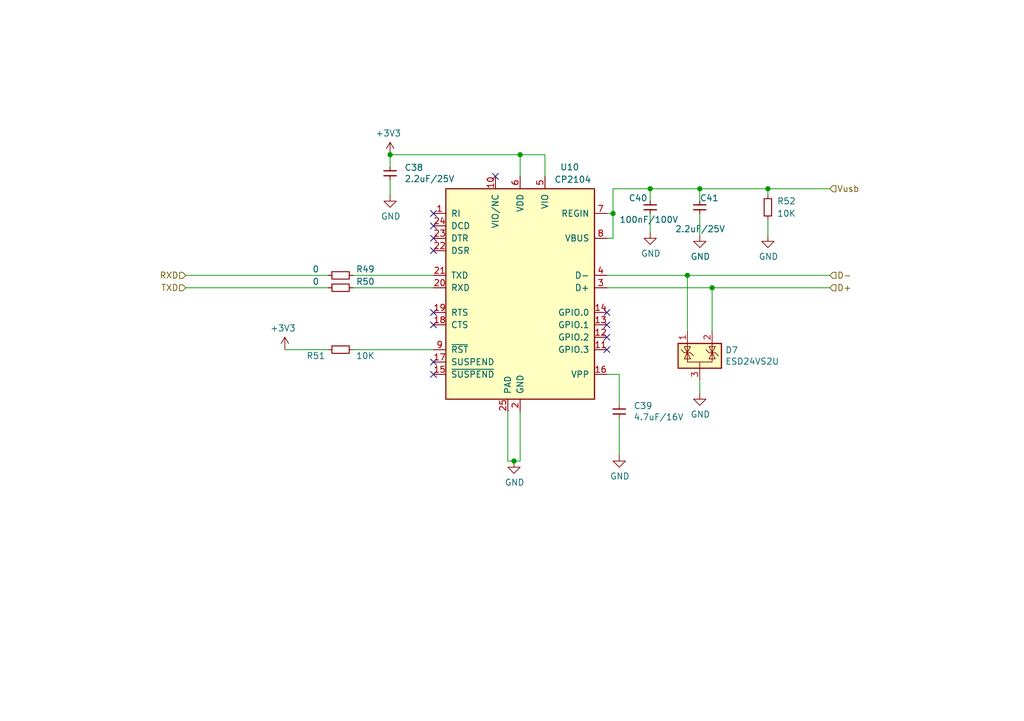
<source format=kicad_sch>
(kicad_sch (version 20230121) (generator eeschema)

  (uuid e795f9ad-d76a-4c10-bd3f-bfa4aa84c527)

  (paper "A5")

  (title_block
    (date "2023-10-19")
    (rev "V0.1")
    (company "teTra")
  )

  (lib_symbols
    (symbol "BMS-Master-rescue:CP2104-Interface_USB" (pin_names (offset 1.016)) (in_bom yes) (on_board yes)
      (property "Reference" "U" (at -7.62 23.495 0)
        (effects (font (size 1.27 1.27)) (justify right))
      )
      (property "Value" "Interface_USB_CP2104" (at -7.62 21.59 0)
        (effects (font (size 1.27 1.27)) (justify right))
      )
      (property "Footprint" "Package_DFN_QFN:QFN-24-1EP_4x4mm_P0.5mm_EP2.6x2.6mm" (at 3.81 -24.13 0)
        (effects (font (size 1.27 1.27)) (justify left) hide)
      )
      (property "Datasheet" "" (at -13.97 31.75 0)
        (effects (font (size 1.27 1.27)) hide)
      )
      (property "ki_fp_filters" "QFN*4x4mm*P0.5mm*" (at 0 0 0)
        (effects (font (size 1.27 1.27)) hide)
      )
      (symbol "CP2104-Interface_USB_0_1"
        (rectangle (start -15.24 20.32) (end 15.24 -22.86)
          (stroke (width 0.254) (type solid))
          (fill (type background))
        )
      )
      (symbol "CP2104-Interface_USB_1_1"
        (pin input line (at 17.78 15.24 180) (length 2.54)
          (name "RI" (effects (font (size 1.27 1.27))))
          (number "1" (effects (font (size 1.27 1.27))))
        )
        (pin power_out line (at 5.08 22.86 270) (length 2.54)
          (name "VIO/NC" (effects (font (size 1.27 1.27))))
          (number "10" (effects (font (size 1.27 1.27))))
        )
        (pin bidirectional line (at -17.78 -12.7 0) (length 2.54)
          (name "GPIO.3" (effects (font (size 1.27 1.27))))
          (number "11" (effects (font (size 1.27 1.27))))
        )
        (pin bidirectional line (at -17.78 -10.16 0) (length 2.54)
          (name "GPIO.2" (effects (font (size 1.27 1.27))))
          (number "12" (effects (font (size 1.27 1.27))))
        )
        (pin bidirectional line (at -17.78 -7.62 0) (length 2.54)
          (name "GPIO.1" (effects (font (size 1.27 1.27))))
          (number "13" (effects (font (size 1.27 1.27))))
        )
        (pin bidirectional line (at -17.78 -5.08 0) (length 2.54)
          (name "GPIO.0" (effects (font (size 1.27 1.27))))
          (number "14" (effects (font (size 1.27 1.27))))
        )
        (pin output line (at 17.78 -17.78 180) (length 2.54)
          (name "~{SUSPEND}" (effects (font (size 1.27 1.27))))
          (number "15" (effects (font (size 1.27 1.27))))
        )
        (pin passive line (at -17.78 -17.78 0) (length 2.54)
          (name "VPP" (effects (font (size 1.27 1.27))))
          (number "16" (effects (font (size 1.27 1.27))))
        )
        (pin output line (at 17.78 -15.24 180) (length 2.54)
          (name "SUSPEND" (effects (font (size 1.27 1.27))))
          (number "17" (effects (font (size 1.27 1.27))))
        )
        (pin input line (at 17.78 -7.62 180) (length 2.54)
          (name "CTS" (effects (font (size 1.27 1.27))))
          (number "18" (effects (font (size 1.27 1.27))))
        )
        (pin output line (at 17.78 -5.08 180) (length 2.54)
          (name "RTS" (effects (font (size 1.27 1.27))))
          (number "19" (effects (font (size 1.27 1.27))))
        )
        (pin power_in line (at 0 -25.4 90) (length 2.54)
          (name "GND" (effects (font (size 1.27 1.27))))
          (number "2" (effects (font (size 1.27 1.27))))
        )
        (pin input line (at 17.78 0 180) (length 2.54)
          (name "RXD" (effects (font (size 1.27 1.27))))
          (number "20" (effects (font (size 1.27 1.27))))
        )
        (pin output line (at 17.78 2.54 180) (length 2.54)
          (name "TXD" (effects (font (size 1.27 1.27))))
          (number "21" (effects (font (size 1.27 1.27))))
        )
        (pin input line (at 17.78 7.62 180) (length 2.54)
          (name "DSR" (effects (font (size 1.27 1.27))))
          (number "22" (effects (font (size 1.27 1.27))))
        )
        (pin output line (at 17.78 10.16 180) (length 2.54)
          (name "DTR" (effects (font (size 1.27 1.27))))
          (number "23" (effects (font (size 1.27 1.27))))
        )
        (pin input line (at 17.78 12.7 180) (length 2.54)
          (name "DCD" (effects (font (size 1.27 1.27))))
          (number "24" (effects (font (size 1.27 1.27))))
        )
        (pin power_in line (at 2.54 -25.4 90) (length 2.54)
          (name "PAD" (effects (font (size 1.27 1.27))))
          (number "25" (effects (font (size 1.27 1.27))))
        )
        (pin bidirectional line (at -17.78 0 0) (length 2.54)
          (name "D+" (effects (font (size 1.27 1.27))))
          (number "3" (effects (font (size 1.27 1.27))))
        )
        (pin bidirectional line (at -17.78 2.54 0) (length 2.54)
          (name "D-" (effects (font (size 1.27 1.27))))
          (number "4" (effects (font (size 1.27 1.27))))
        )
        (pin power_in line (at -5.08 22.86 270) (length 2.54)
          (name "VIO" (effects (font (size 1.27 1.27))))
          (number "5" (effects (font (size 1.27 1.27))))
        )
        (pin power_in line (at 0 22.86 270) (length 2.54)
          (name "VDD" (effects (font (size 1.27 1.27))))
          (number "6" (effects (font (size 1.27 1.27))))
        )
        (pin power_in line (at -17.78 15.24 0) (length 2.54)
          (name "REGIN" (effects (font (size 1.27 1.27))))
          (number "7" (effects (font (size 1.27 1.27))))
        )
        (pin input line (at -17.78 10.16 0) (length 2.54)
          (name "VBUS" (effects (font (size 1.27 1.27))))
          (number "8" (effects (font (size 1.27 1.27))))
        )
        (pin bidirectional line (at 17.78 -12.7 180) (length 2.54)
          (name "~{RST}" (effects (font (size 1.27 1.27))))
          (number "9" (effects (font (size 1.27 1.27))))
        )
      )
    )
    (symbol "Device:C" (pin_numbers hide) (pin_names (offset 0.254)) (in_bom yes) (on_board yes)
      (property "Reference" "C" (at 0.635 2.54 0)
        (effects (font (size 1.27 1.27)) (justify left))
      )
      (property "Value" "C" (at 0.635 -2.54 0)
        (effects (font (size 1.27 1.27)) (justify left))
      )
      (property "Footprint" "" (at 0.9652 -3.81 0)
        (effects (font (size 1.27 1.27)) hide)
      )
      (property "Datasheet" "~" (at 0 0 0)
        (effects (font (size 1.27 1.27)) hide)
      )
      (property "ki_keywords" "cap capacitor" (at 0 0 0)
        (effects (font (size 1.27 1.27)) hide)
      )
      (property "ki_description" "Unpolarized capacitor" (at 0 0 0)
        (effects (font (size 1.27 1.27)) hide)
      )
      (property "ki_fp_filters" "C_*" (at 0 0 0)
        (effects (font (size 1.27 1.27)) hide)
      )
      (symbol "C_1_1"
        (polyline
          (pts
            (xy -1.27 -0.508)
            (xy 1.27 -0.508)
          )
          (stroke (width 0.254) (type default))
          (fill (type none))
        )
        (polyline
          (pts
            (xy -1.27 0.508)
            (xy 1.27 0.508)
          )
          (stroke (width 0.254) (type default))
          (fill (type none))
        )
        (pin passive line (at 0 1.27 270) (length 0.762)
          (name "~" (effects (font (size 1.27 1.27))))
          (number "1" (effects (font (size 1.27 1.27))))
        )
        (pin passive line (at 0 -1.27 90) (length 0.762)
          (name "~" (effects (font (size 1.27 1.27))))
          (number "2" (effects (font (size 1.27 1.27))))
        )
      )
    )
    (symbol "Device:R_Small" (pin_numbers hide) (pin_names (offset 0.254) hide) (in_bom yes) (on_board yes)
      (property "Reference" "R" (at 0.762 0.508 0)
        (effects (font (size 1.27 1.27)) (justify left))
      )
      (property "Value" "R_Small" (at 0.762 -1.016 0)
        (effects (font (size 1.27 1.27)) (justify left))
      )
      (property "Footprint" "" (at 0 0 0)
        (effects (font (size 1.27 1.27)) hide)
      )
      (property "Datasheet" "~" (at 0 0 0)
        (effects (font (size 1.27 1.27)) hide)
      )
      (property "ki_keywords" "R resistor" (at 0 0 0)
        (effects (font (size 1.27 1.27)) hide)
      )
      (property "ki_description" "Resistor, small symbol" (at 0 0 0)
        (effects (font (size 1.27 1.27)) hide)
      )
      (property "ki_fp_filters" "R_*" (at 0 0 0)
        (effects (font (size 1.27 1.27)) hide)
      )
      (symbol "R_Small_0_1"
        (rectangle (start -0.762 1.778) (end 0.762 -1.778)
          (stroke (width 0.2032) (type default))
          (fill (type none))
        )
      )
      (symbol "R_Small_1_1"
        (pin passive line (at 0 2.54 270) (length 0.762)
          (name "~" (effects (font (size 1.27 1.27))))
          (number "1" (effects (font (size 1.27 1.27))))
        )
        (pin passive line (at 0 -2.54 90) (length 0.762)
          (name "~" (effects (font (size 1.27 1.27))))
          (number "2" (effects (font (size 1.27 1.27))))
        )
      )
    )
    (symbol "Power_Protection:SZNUP2105L" (pin_names hide) (in_bom yes) (on_board yes)
      (property "Reference" "D" (at 5.715 2.54 0)
        (effects (font (size 1.27 1.27)) (justify left))
      )
      (property "Value" "SZNUP2105L" (at 5.715 0.635 0)
        (effects (font (size 1.27 1.27)) (justify left))
      )
      (property "Footprint" "Package_TO_SOT_SMD:SOT-23" (at 5.715 -1.27 0)
        (effects (font (size 1.27 1.27)) (justify left) hide)
      )
      (property "Datasheet" "http://www.onsemi.com/pub_link/Collateral/NUP2105L-D.PDF" (at 3.175 3.175 0)
        (effects (font (size 1.27 1.27)) hide)
      )
      (property "ki_keywords" "can esd protection suppression transient automotive" (at 0 0 0)
        (effects (font (size 1.27 1.27)) hide)
      )
      (property "ki_description" "Dual Line CAN Bus Protector, 24Vrwm, Automotive Grade" (at 0 0 0)
        (effects (font (size 1.27 1.27)) hide)
      )
      (property "ki_fp_filters" "SOT?23*" (at 0 0 0)
        (effects (font (size 1.27 1.27)) hide)
      )
      (symbol "SZNUP2105L_0_0"
        (pin passive line (at 0 -5.08 90) (length 2.54)
          (name "A" (effects (font (size 1.27 1.27))))
          (number "3" (effects (font (size 1.27 1.27))))
        )
      )
      (symbol "SZNUP2105L_0_1"
        (rectangle (start -4.445 2.54) (end 4.445 -2.54)
          (stroke (width 0.254) (type default))
          (fill (type background))
        )
        (polyline
          (pts
            (xy -2.54 2.54)
            (xy -2.54 0.635)
          )
          (stroke (width 0) (type default))
          (fill (type none))
        )
        (polyline
          (pts
            (xy 0 -1.27)
            (xy 0 -2.54)
          )
          (stroke (width 0) (type default))
          (fill (type none))
        )
        (polyline
          (pts
            (xy 2.54 2.54)
            (xy 2.54 0.635)
          )
          (stroke (width 0) (type default))
          (fill (type none))
        )
        (polyline
          (pts
            (xy -3.81 1.27)
            (xy -3.175 0.635)
            (xy -1.905 0.635)
            (xy -1.27 0)
          )
          (stroke (width 0) (type default))
          (fill (type none))
        )
        (polyline
          (pts
            (xy -2.54 0.635)
            (xy -2.54 -1.27)
            (xy 2.54 -1.27)
            (xy 2.54 0.635)
          )
          (stroke (width 0) (type default))
          (fill (type none))
        )
        (polyline
          (pts
            (xy -2.54 0.635)
            (xy -1.905 -0.635)
            (xy -3.175 -0.635)
            (xy -2.54 0.635)
          )
          (stroke (width 0) (type default))
          (fill (type none))
        )
        (polyline
          (pts
            (xy 2.54 0.635)
            (xy 1.905 -0.635)
            (xy 3.175 -0.635)
            (xy 2.54 0.635)
          )
          (stroke (width 0) (type default))
          (fill (type none))
        )
        (polyline
          (pts
            (xy 2.54 0.635)
            (xy 3.175 1.905)
            (xy 1.905 1.905)
            (xy 2.54 0.635)
          )
          (stroke (width 0) (type default))
          (fill (type none))
        )
        (polyline
          (pts
            (xy -2.54 0.635)
            (xy -3.175 1.905)
            (xy -1.905 1.905)
            (xy -2.54 0.635)
            (xy -2.54 1.27)
          )
          (stroke (width 0) (type default))
          (fill (type none))
        )
        (polyline
          (pts
            (xy 1.27 1.27)
            (xy 1.905 0.635)
            (xy 2.54 0.635)
            (xy 3.175 0.635)
            (xy 3.81 0)
          )
          (stroke (width 0) (type default))
          (fill (type none))
        )
      )
      (symbol "SZNUP2105L_1_1"
        (pin passive line (at -2.54 5.08 270) (length 2.54)
          (name "K" (effects (font (size 1.27 1.27))))
          (number "1" (effects (font (size 1.27 1.27))))
        )
        (pin passive line (at 2.54 5.08 270) (length 2.54)
          (name "K" (effects (font (size 1.27 1.27))))
          (number "2" (effects (font (size 1.27 1.27))))
        )
      )
    )
    (symbol "power:+3V3" (power) (pin_names (offset 0)) (in_bom yes) (on_board yes)
      (property "Reference" "#PWR" (at 0 -3.81 0)
        (effects (font (size 1.27 1.27)) hide)
      )
      (property "Value" "+3V3" (at 0 3.556 0)
        (effects (font (size 1.27 1.27)))
      )
      (property "Footprint" "" (at 0 0 0)
        (effects (font (size 1.27 1.27)) hide)
      )
      (property "Datasheet" "" (at 0 0 0)
        (effects (font (size 1.27 1.27)) hide)
      )
      (property "ki_keywords" "global power" (at 0 0 0)
        (effects (font (size 1.27 1.27)) hide)
      )
      (property "ki_description" "Power symbol creates a global label with name \"+3V3\"" (at 0 0 0)
        (effects (font (size 1.27 1.27)) hide)
      )
      (symbol "+3V3_0_1"
        (polyline
          (pts
            (xy -0.762 1.27)
            (xy 0 2.54)
          )
          (stroke (width 0) (type default))
          (fill (type none))
        )
        (polyline
          (pts
            (xy 0 0)
            (xy 0 2.54)
          )
          (stroke (width 0) (type default))
          (fill (type none))
        )
        (polyline
          (pts
            (xy 0 2.54)
            (xy 0.762 1.27)
          )
          (stroke (width 0) (type default))
          (fill (type none))
        )
      )
      (symbol "+3V3_1_1"
        (pin power_in line (at 0 0 90) (length 0) hide
          (name "+3V3" (effects (font (size 1.27 1.27))))
          (number "1" (effects (font (size 1.27 1.27))))
        )
      )
    )
    (symbol "power:GND" (power) (pin_names (offset 0)) (in_bom yes) (on_board yes)
      (property "Reference" "#PWR" (at 0 -6.35 0)
        (effects (font (size 1.27 1.27)) hide)
      )
      (property "Value" "GND" (at 0 -3.81 0)
        (effects (font (size 1.27 1.27)))
      )
      (property "Footprint" "" (at 0 0 0)
        (effects (font (size 1.27 1.27)) hide)
      )
      (property "Datasheet" "" (at 0 0 0)
        (effects (font (size 1.27 1.27)) hide)
      )
      (property "ki_keywords" "global power" (at 0 0 0)
        (effects (font (size 1.27 1.27)) hide)
      )
      (property "ki_description" "Power symbol creates a global label with name \"GND\" , ground" (at 0 0 0)
        (effects (font (size 1.27 1.27)) hide)
      )
      (symbol "GND_0_1"
        (polyline
          (pts
            (xy 0 0)
            (xy 0 -1.27)
            (xy 1.27 -1.27)
            (xy 0 -2.54)
            (xy -1.27 -1.27)
            (xy 0 -1.27)
          )
          (stroke (width 0) (type default))
          (fill (type none))
        )
      )
      (symbol "GND_1_1"
        (pin power_in line (at 0 0 270) (length 0) hide
          (name "GND" (effects (font (size 1.27 1.27))))
          (number "1" (effects (font (size 1.27 1.27))))
        )
      )
    )
  )

  (junction (at 140.97 56.515) (diameter 0) (color 0 0 0 0)
    (uuid 4c55c70b-2b4a-4c93-974f-aa24f5b1ba00)
  )
  (junction (at 157.48 38.735) (diameter 0) (color 0 0 0 0)
    (uuid 6a454cd5-8ce7-4cda-8eb9-f1762fb4d583)
  )
  (junction (at 105.41 94.615) (diameter 0) (color 0 0 0 0)
    (uuid 77a3d58a-85af-4b32-92cd-b6df0692c250)
  )
  (junction (at 80.01 31.75) (diameter 0) (color 0 0 0 0)
    (uuid 85e83381-93a5-4bf1-8b24-0fcd1e1774d8)
  )
  (junction (at 146.05 59.055) (diameter 0) (color 0 0 0 0)
    (uuid 95c21d0f-fcfd-4102-8e1e-1e4287d0e399)
  )
  (junction (at 133.35 38.735) (diameter 0) (color 0 0 0 0)
    (uuid 9d6ccea4-eb2d-4fab-8b37-82b8e85fd2ef)
  )
  (junction (at 106.68 31.75) (diameter 0) (color 0 0 0 0)
    (uuid a8103cb1-c5ea-4201-81b3-109ccb8bd45e)
  )
  (junction (at 125.73 43.815) (diameter 0) (color 0 0 0 0)
    (uuid b728cf3e-a04e-413c-a9ec-74d9c7d1e7f7)
  )
  (junction (at 143.51 38.735) (diameter 0) (color 0 0 0 0)
    (uuid c56b1578-acd8-4f35-884b-ad9c2836c303)
  )

  (no_connect (at 88.9 48.895) (uuid 0644b356-416e-4083-bd79-792e16be587a))
  (no_connect (at 88.9 66.675) (uuid 20f7bc80-91b6-4415-b0c8-bc88dde8f9a1))
  (no_connect (at 88.9 46.355) (uuid 5a65d5f2-e269-4a4c-8e8c-3573e29f9ed6))
  (no_connect (at 88.9 74.295) (uuid 71693afe-56f1-440c-9092-e4f9c1df0ef8))
  (no_connect (at 124.46 69.215) (uuid 84fa9ade-4bf3-4f4c-b78d-3db0b6504e90))
  (no_connect (at 124.46 64.135) (uuid 9cbbc4b1-2725-4c43-83e3-f01311bb9207))
  (no_connect (at 101.6 36.195) (uuid a0f38263-f952-435d-9ad5-4cfd77abccdb))
  (no_connect (at 88.9 76.835) (uuid a7d785e7-6fd2-4adb-a540-c1dccdcbc958))
  (no_connect (at 124.46 66.675) (uuid a8443f75-f394-41e4-b2c4-3a2da21140e6))
  (no_connect (at 88.9 43.815) (uuid aa56994f-82e3-4a05-b83c-da207d1e2ac4))
  (no_connect (at 88.9 51.435) (uuid ec78800e-d594-4f49-ad8e-fda0e6efcec9))
  (no_connect (at 88.9 64.135) (uuid f22a8e8c-01d6-4275-8c67-a3d6d286b71f))
  (no_connect (at 124.46 71.755) (uuid fffe9f46-802a-4187-b110-76610a27a99a))

  (wire (pts (xy 146.05 59.055) (xy 170.18 59.055))
    (stroke (width 0) (type default))
    (uuid 00481756-2182-49b3-88f5-667db6436ff3)
  )
  (wire (pts (xy 146.05 59.055) (xy 146.05 67.945))
    (stroke (width 0) (type default))
    (uuid 02c7dff0-f252-441b-a304-d01f47d0d9e5)
  )
  (wire (pts (xy 104.14 84.455) (xy 104.14 94.615))
    (stroke (width 0) (type default))
    (uuid 0655d377-b130-4751-a92b-6bcdadfaf5b0)
  )
  (wire (pts (xy 106.68 36.195) (xy 106.68 31.75))
    (stroke (width 0) (type default))
    (uuid 067cf2f0-b2d7-49d2-bfd8-56502bf3ca1a)
  )
  (wire (pts (xy 127 76.835) (xy 127 83.185))
    (stroke (width 0) (type default))
    (uuid 16cd0805-2cb3-4eb6-839f-36dfacb78613)
  )
  (wire (pts (xy 80.01 36.83) (xy 80.01 40.005))
    (stroke (width 0) (type default))
    (uuid 17966c93-2d2e-4ea6-b294-56515efb88c5)
  )
  (wire (pts (xy 133.35 43.815) (xy 133.35 47.625))
    (stroke (width 0) (type default))
    (uuid 1e64fb05-b5be-431f-9a19-1f4048466c31)
  )
  (wire (pts (xy 106.68 94.615) (xy 106.68 84.455))
    (stroke (width 0) (type default))
    (uuid 20db3bff-57d6-4236-aee6-77f52f6e2b2d)
  )
  (wire (pts (xy 106.68 31.75) (xy 111.76 31.75))
    (stroke (width 0) (type default))
    (uuid 2a071e1e-4cf0-4b1b-8c43-0a6d81778563)
  )
  (wire (pts (xy 127 85.725) (xy 127 93.345))
    (stroke (width 0) (type default))
    (uuid 30047aba-a81b-4194-b6b6-5873aed1a008)
  )
  (wire (pts (xy 125.73 43.815) (xy 125.73 38.735))
    (stroke (width 0) (type default))
    (uuid 31bc532e-82ef-4617-bc0a-002a126b5f56)
  )
  (wire (pts (xy 143.51 43.815) (xy 143.51 48.26))
    (stroke (width 0) (type default))
    (uuid 354c6012-cf8f-4611-913f-68cca73e67e0)
  )
  (wire (pts (xy 80.01 31.75) (xy 106.68 31.75))
    (stroke (width 0) (type default))
    (uuid 3809c7b1-4e9d-4118-a901-ccb3cf0df55c)
  )
  (wire (pts (xy 157.48 45.085) (xy 157.48 48.26))
    (stroke (width 0) (type default))
    (uuid 3a2f7e44-e295-4976-b679-7351ff43da86)
  )
  (wire (pts (xy 38.1 56.515) (xy 67.31 56.515))
    (stroke (width 0) (type default))
    (uuid 3cbfab81-943a-4eec-b251-a38ff37d7bc7)
  )
  (wire (pts (xy 72.39 56.515) (xy 88.9 56.515))
    (stroke (width 0) (type default))
    (uuid 46cc761b-2706-4fe9-91e1-c7366db03fb3)
  )
  (wire (pts (xy 72.39 59.055) (xy 88.9 59.055))
    (stroke (width 0) (type default))
    (uuid 4ba4966e-c9c8-4f29-99a6-8fa9371d0dd8)
  )
  (wire (pts (xy 157.48 38.735) (xy 170.18 38.735))
    (stroke (width 0) (type default))
    (uuid 55111d37-31a6-4b56-9aa4-28a1e3a9b4fb)
  )
  (wire (pts (xy 133.35 38.735) (xy 133.35 41.275))
    (stroke (width 0) (type default))
    (uuid 564943d4-2741-4949-8241-b4c439c71c70)
  )
  (wire (pts (xy 140.97 67.945) (xy 140.97 56.515))
    (stroke (width 0) (type default))
    (uuid 5bd6e17a-5aa6-4833-b647-d380a73a3a5d)
  )
  (wire (pts (xy 143.51 78.105) (xy 143.51 80.645))
    (stroke (width 0) (type default))
    (uuid 69e03065-fedb-4eff-bf8f-8d998af7fc1c)
  )
  (wire (pts (xy 143.51 38.735) (xy 157.48 38.735))
    (stroke (width 0) (type default))
    (uuid 7323cea7-95b2-4fee-a99c-b9263e3904a2)
  )
  (wire (pts (xy 58.42 71.755) (xy 67.31 71.755))
    (stroke (width 0) (type default))
    (uuid 82884423-dc61-46cb-857b-35c2b75a2e26)
  )
  (wire (pts (xy 124.46 48.895) (xy 125.73 48.895))
    (stroke (width 0) (type default))
    (uuid 8afcc4ff-38b9-47bc-b999-8ef50f825ace)
  )
  (wire (pts (xy 72.39 71.755) (xy 88.9 71.755))
    (stroke (width 0) (type default))
    (uuid 9117b5df-8fa6-4b05-b536-455e993bdea7)
  )
  (wire (pts (xy 124.46 59.055) (xy 146.05 59.055))
    (stroke (width 0) (type default))
    (uuid 9ccdba88-3395-4349-a8d6-ddaaab561dba)
  )
  (wire (pts (xy 157.48 38.735) (xy 157.48 40.005))
    (stroke (width 0) (type default))
    (uuid 9f3d4faa-36cb-4412-abf6-e3b2c6bb2576)
  )
  (wire (pts (xy 125.73 43.815) (xy 124.46 43.815))
    (stroke (width 0) (type default))
    (uuid 9fea93e4-6dc8-44bb-9466-e59c99356068)
  )
  (wire (pts (xy 124.46 56.515) (xy 140.97 56.515))
    (stroke (width 0) (type default))
    (uuid a111b656-775f-4116-9003-3c9c58a5a6aa)
  )
  (wire (pts (xy 143.51 38.735) (xy 143.51 41.275))
    (stroke (width 0) (type default))
    (uuid b9be1380-6510-422a-b73f-5b1505962d8f)
  )
  (wire (pts (xy 111.76 31.75) (xy 111.76 36.195))
    (stroke (width 0) (type default))
    (uuid bdbb5ff9-4663-434c-8267-3509691bee6d)
  )
  (wire (pts (xy 104.14 94.615) (xy 105.41 94.615))
    (stroke (width 0) (type default))
    (uuid c347bcaa-fd3a-4c7f-b28a-911c49988051)
  )
  (wire (pts (xy 125.73 38.735) (xy 133.35 38.735))
    (stroke (width 0) (type default))
    (uuid c7fbf857-46ae-4404-86b8-f8fe471e5235)
  )
  (wire (pts (xy 125.73 48.895) (xy 125.73 43.815))
    (stroke (width 0) (type default))
    (uuid cfe3cc29-dac6-4c73-86ad-2d10c9315aad)
  )
  (wire (pts (xy 140.97 56.515) (xy 170.18 56.515))
    (stroke (width 0) (type default))
    (uuid d04224bb-16d8-4896-adf6-7a192e321668)
  )
  (wire (pts (xy 127 76.835) (xy 124.46 76.835))
    (stroke (width 0) (type default))
    (uuid d175979c-a2aa-48bc-8411-8b34606b13ec)
  )
  (wire (pts (xy 80.01 31.75) (xy 80.01 34.29))
    (stroke (width 0) (type default))
    (uuid dc7604b5-c387-45c5-be99-85939350379e)
  )
  (wire (pts (xy 133.35 38.735) (xy 143.51 38.735))
    (stroke (width 0) (type default))
    (uuid e143ea2c-12db-4a13-bb74-fe22a3b6f942)
  )
  (wire (pts (xy 105.41 94.615) (xy 106.68 94.615))
    (stroke (width 0) (type default))
    (uuid f141ff36-70b8-45d9-b009-6da7d16e8416)
  )
  (wire (pts (xy 38.1 59.055) (xy 67.31 59.055))
    (stroke (width 0) (type default))
    (uuid f7ed9eb3-964b-4f6d-bdc2-fafb2e575db5)
  )

  (hierarchical_label "Vusb" (shape input) (at 170.18 38.735 0) (fields_autoplaced)
    (effects (font (size 1.27 1.27)) (justify left))
    (uuid 2678f725-c375-4b32-9c0b-966f6de1f230)
  )
  (hierarchical_label "TXD" (shape input) (at 38.1 59.055 180) (fields_autoplaced)
    (effects (font (size 1.27 1.27)) (justify right))
    (uuid 3195f812-b062-4650-98c0-ed21b43949f4)
  )
  (hierarchical_label "D+" (shape input) (at 170.18 59.055 0) (fields_autoplaced)
    (effects (font (size 1.27 1.27)) (justify left))
    (uuid 7aec2cc4-6109-419b-b38f-9b50b836097c)
  )
  (hierarchical_label "D-" (shape input) (at 170.18 56.515 0) (fields_autoplaced)
    (effects (font (size 1.27 1.27)) (justify left))
    (uuid cf1a13a3-739a-44ec-b448-856f2fa220a3)
  )
  (hierarchical_label "RXD" (shape input) (at 38.1 56.515 180) (fields_autoplaced)
    (effects (font (size 1.27 1.27)) (justify right))
    (uuid e404a9e6-90f1-4592-9942-5040461505bd)
  )

  (symbol (lib_id "BMS-Master-rescue:CP2104-Interface_USB") (at 106.68 59.055 0) (mirror y) (unit 1)
    (in_bom yes) (on_board yes) (dnp no)
    (uuid 00000000-0000-0000-0000-00005c246da5)
    (property "Reference" "U10" (at 116.84 34.29 0)
      (effects (font (size 1.27 1.27)))
    )
    (property "Value" "CP2104" (at 117.475 36.83 0)
      (effects (font (size 1.27 1.27)))
    )
    (property "Footprint" "Package_DFN_QFN:HVQFN-24-1EP_4x4mm_P0.5mm_EP2.6x2.6mm" (at 102.87 83.185 0)
      (effects (font (size 1.27 1.27)) (justify left) hide)
    )
    (property "Datasheet" "https://www.silabs.com/documents/public/data-sheets/cp2104.pdf" (at 120.65 27.305 0)
      (effects (font (size 1.27 1.27)) hide)
    )
    (property "MPN" "CP2104-F03-GM" (at 106.68 59.055 0)
      (effects (font (size 1.27 1.27)) hide)
    )
    (property "Link" "https://www.digikey.jp/en/products/detail/silicon-labs/CP2104-F03-GM/2486177" (at 106.68 59.055 0)
      (effects (font (size 1.27 1.27)) hide)
    )
    (property "Description" "USB Bridge, USB to UART USB 2.0 UART Interface 24-QFN (4x4)" (at 106.68 59.055 0)
      (effects (font (size 1.27 1.27)) hide)
    )
    (pin "1" (uuid 4b639ffb-bff7-4564-bb4b-df4763f56a3d))
    (pin "10" (uuid 452a8041-0e9e-4ac1-b7f0-6964e981905d))
    (pin "11" (uuid 5bf10b81-2795-42eb-948d-1aef8a6e32e1))
    (pin "12" (uuid 55185413-7389-45ea-9855-142ec36f3bd2))
    (pin "13" (uuid 5e4a8264-6fe7-4572-981a-51246113c23c))
    (pin "14" (uuid 6279ff7d-d18a-434a-a8e4-ec0b52484ab2))
    (pin "15" (uuid 695e6d58-0d46-444e-af8d-40ea8da82fb3))
    (pin "16" (uuid 0229181c-f508-41f0-8eac-266e4f888251))
    (pin "17" (uuid 97425c13-524b-4518-a51f-13b6beeda932))
    (pin "18" (uuid 6babf4b9-9e0c-45fe-82be-f0609584468e))
    (pin "19" (uuid 107ae67c-2235-4197-8874-43a376382e6f))
    (pin "2" (uuid 79fbf1e0-5eff-4eb4-a7a9-e1dedf612c63))
    (pin "20" (uuid 4563fd5b-104e-454f-bcbd-e0db7ecafca3))
    (pin "21" (uuid da0f715f-9c5d-43c0-95aa-a12752a57abf))
    (pin "22" (uuid 1cedcd5e-c924-42eb-a622-095e4c95fd0b))
    (pin "23" (uuid 4b61b770-4281-41d4-8e20-1b8b025f4558))
    (pin "24" (uuid 164eef85-91f2-4caa-bb36-920ae1a60bbd))
    (pin "25" (uuid d3271889-5420-4090-93b9-21eef2ebe2c2))
    (pin "3" (uuid bb41b2ab-955e-4c6c-85ad-02cba5f7c103))
    (pin "4" (uuid a1f0ef1c-1d46-4438-b932-d9e7dae1008a))
    (pin "5" (uuid e29a09b4-9905-4f6f-be5c-2cd6a9a41e81))
    (pin "6" (uuid 976a060c-93f3-4502-a2a6-42275da0d912))
    (pin "7" (uuid 25723224-09c9-4c1c-a889-684b7d9ae788))
    (pin "8" (uuid f13013af-c7ea-4583-b4ff-8eb98f47a264))
    (pin "9" (uuid 1d71c8ee-4d9f-46b8-a9de-00899b405e76))
    (instances
      (project "ESP32_Master"
        (path "/6a86ff6f-b159-4c4c-8a40-e732cc82e010/00000000-0000-0000-0000-00005c246ca0"
          (reference "U10") (unit 1)
        )
      )
    )
  )

  (symbol (lib_id "power:GND") (at 105.41 94.615 0) (unit 1)
    (in_bom yes) (on_board yes) (dnp no)
    (uuid 00000000-0000-0000-0000-00005c2e18ab)
    (property "Reference" "#PWR064" (at 105.41 100.965 0)
      (effects (font (size 1.27 1.27)) hide)
    )
    (property "Value" "GND" (at 105.537 99.0092 0)
      (effects (font (size 1.27 1.27)))
    )
    (property "Footprint" "" (at 105.41 94.615 0)
      (effects (font (size 1.27 1.27)) hide)
    )
    (property "Datasheet" "" (at 105.41 94.615 0)
      (effects (font (size 1.27 1.27)) hide)
    )
    (pin "1" (uuid fcf066a3-36c5-40d6-9237-16a4437d7f48))
    (instances
      (project "ESP32_Master"
        (path "/6a86ff6f-b159-4c4c-8a40-e732cc82e010/00000000-0000-0000-0000-00005c246ca0"
          (reference "#PWR064") (unit 1)
        )
      )
    )
  )

  (symbol (lib_id "Device:R_Small") (at 69.85 56.515 270) (unit 1)
    (in_bom yes) (on_board yes) (dnp no)
    (uuid 00000000-0000-0000-0000-00005c2e2764)
    (property "Reference" "R49" (at 74.93 55.245 90)
      (effects (font (size 1.27 1.27)))
    )
    (property "Value" "0" (at 64.77 55.245 90)
      (effects (font (size 1.27 1.27)))
    )
    (property "Footprint" "Resistor_SMD:R_0603_1608Metric" (at 69.85 54.737 90)
      (effects (font (size 1.27 1.27)) hide)
    )
    (property "Datasheet" "https://www.yageo.com/upload/media/product/products/datasheet/rchip/PYu-RC_Group_51_RoHS_L_12.pdf" (at 69.85 56.515 0)
      (effects (font (size 1.27 1.27)) hide)
    )
    (property "MPN" "RC0603JR-070RL" (at 69.85 56.515 0)
      (effects (font (size 1.27 1.27)) hide)
    )
    (property "Description" "0 Ohms Jumper Chip Resistor 0603 (1608 Metric) Moisture Resistant Thick Film" (at 69.85 56.515 0)
      (effects (font (size 1.27 1.27)) hide)
    )
    (property "Link" "https://www.digikey.jp/en/products/detail/yageo/RC0603JR-070RL/726675?s=N4IgTCBcDaIEoGEAMA2JBmAUnAtEg7EnADIgC6AvkA" (at 69.85 56.515 0)
      (effects (font (size 1.27 1.27)) hide)
    )
    (pin "1" (uuid d6dd51d2-16da-4ff6-ba64-b1720e2fd548))
    (pin "2" (uuid c25ceda3-1035-404b-8a56-ca119787d376))
    (instances
      (project "ESP32_Master"
        (path "/6a86ff6f-b159-4c4c-8a40-e732cc82e010/00000000-0000-0000-0000-00005c246ca0"
          (reference "R49") (unit 1)
        )
      )
    )
  )

  (symbol (lib_id "Device:R_Small") (at 69.85 59.055 270) (unit 1)
    (in_bom yes) (on_board yes) (dnp no)
    (uuid 00000000-0000-0000-0000-00005c2e33f0)
    (property "Reference" "R50" (at 74.93 57.785 90)
      (effects (font (size 1.27 1.27)))
    )
    (property "Value" "0" (at 64.77 57.785 90)
      (effects (font (size 1.27 1.27)))
    )
    (property "Footprint" "Resistor_SMD:R_0603_1608Metric" (at 69.85 57.277 90)
      (effects (font (size 1.27 1.27)) hide)
    )
    (property "Datasheet" "https://www.yageo.com/upload/media/product/products/datasheet/rchip/PYu-RC_Group_51_RoHS_L_12.pdf" (at 69.85 59.055 0)
      (effects (font (size 1.27 1.27)) hide)
    )
    (property "MPN" "RC0603JR-070RL" (at 69.85 59.055 0)
      (effects (font (size 1.27 1.27)) hide)
    )
    (property "Description" "0 Ohms Jumper Chip Resistor 0603 (1608 Metric) Moisture Resistant Thick Film" (at 69.85 59.055 0)
      (effects (font (size 1.27 1.27)) hide)
    )
    (property "Link" "https://www.digikey.jp/en/products/detail/yageo/RC0603JR-070RL/726675?s=N4IgTCBcDaIEoGEAMA2JBmAUnAtEg7EnADIgC6AvkA" (at 69.85 59.055 0)
      (effects (font (size 1.27 1.27)) hide)
    )
    (pin "1" (uuid b121eb7d-7096-49c6-a2f3-f943905380f5))
    (pin "2" (uuid 5ec60fd8-9c0f-4897-a6a5-9fb8dafa44cc))
    (instances
      (project "ESP32_Master"
        (path "/6a86ff6f-b159-4c4c-8a40-e732cc82e010/00000000-0000-0000-0000-00005c246ca0"
          (reference "R50") (unit 1)
        )
      )
    )
  )

  (symbol (lib_id "power:GND") (at 143.51 80.645 0) (unit 1)
    (in_bom yes) (on_board yes) (dnp no)
    (uuid 00000000-0000-0000-0000-00005c2fc79c)
    (property "Reference" "#PWR068" (at 143.51 86.995 0)
      (effects (font (size 1.27 1.27)) hide)
    )
    (property "Value" "GND" (at 143.637 85.0392 0)
      (effects (font (size 1.27 1.27)))
    )
    (property "Footprint" "" (at 143.51 80.645 0)
      (effects (font (size 1.27 1.27)) hide)
    )
    (property "Datasheet" "" (at 143.51 80.645 0)
      (effects (font (size 1.27 1.27)) hide)
    )
    (pin "1" (uuid a67554a7-12da-47e3-9db1-fed353286263))
    (instances
      (project "ESP32_Master"
        (path "/6a86ff6f-b159-4c4c-8a40-e732cc82e010/00000000-0000-0000-0000-00005c246ca0"
          (reference "#PWR068") (unit 1)
        )
      )
    )
  )

  (symbol (lib_id "Device:R_Small") (at 69.85 71.755 90) (unit 1)
    (in_bom yes) (on_board yes) (dnp no)
    (uuid 00000000-0000-0000-0000-00005c2fd55a)
    (property "Reference" "R51" (at 64.77 73.025 90)
      (effects (font (size 1.27 1.27)))
    )
    (property "Value" "10K" (at 74.93 73.025 90)
      (effects (font (size 1.27 1.27)))
    )
    (property "Footprint" "Resistor_SMD:R_0603_1608Metric" (at 69.85 73.533 90)
      (effects (font (size 1.27 1.27)) hide)
    )
    (property "Datasheet" "https://www.seielect.com/catalog/sei-rmcf_rmcp.pdf" (at 69.85 71.755 0)
      (effects (font (size 1.27 1.27)) hide)
    )
    (property "MPN" "RMCF0603FT10K0" (at 69.85 71.755 0)
      (effects (font (size 1.27 1.27)) hide)
    )
    (property "Description" "10 kOhms ±1% 0.1W, 1/10W Chip Resistor 0603 (1608 Metric) Automotive AEC-Q200 Thick Film" (at 69.85 71.755 0)
      (effects (font (size 1.27 1.27)) hide)
    )
    (property "Link" "https://www.digikey.jp/en/products/detail/stackpole-electronics-inc/RMCF0603FT10K0/1761235?s=N4IgTCBcDaIEoFkDCAxADANjQZhQFQEY0BpNEAXQF8g" (at 69.85 71.755 0)
      (effects (font (size 1.27 1.27)) hide)
    )
    (pin "1" (uuid f6559e93-baf3-4971-adb5-1244275f3aba))
    (pin "2" (uuid 067c7ad7-b470-4e76-999c-6bb001f31ccf))
    (instances
      (project "ESP32_Master"
        (path "/6a86ff6f-b159-4c4c-8a40-e732cc82e010/00000000-0000-0000-0000-00005c246ca0"
          (reference "R51") (unit 1)
        )
      )
    )
  )

  (symbol (lib_id "Device:C") (at 127 84.455 0) (unit 1)
    (in_bom yes) (on_board yes) (dnp no)
    (uuid 00000000-0000-0000-0000-00005c2fe444)
    (property "Reference" "C39" (at 129.921 83.2866 0)
      (effects (font (size 1.27 1.27)) (justify left))
    )
    (property "Value" "4.7uF/16V" (at 129.921 85.598 0)
      (effects (font (size 1.27 1.27)) (justify left))
    )
    (property "Footprint" "Capacitor_SMD:C_0603_1608Metric" (at 127.9652 88.265 0)
      (effects (font (size 1.27 1.27)) hide)
    )
    (property "Datasheet" "https://mm.digikey.com/Volume0/opasdata/d220001/medias/docus/2328/CL10A475KO8NNNC_Spec.pdf" (at 127 84.455 0)
      (effects (font (size 1.27 1.27)) hide)
    )
    (property "MPN" "CL10A475KO8NNNC" (at 127 84.455 0)
      (effects (font (size 1.27 1.27)) hide)
    )
    (property "Description" "4.7 µF ±10% 16V Ceramic Capacitor X5R 0603 (1608 Metric)" (at 127 84.455 0)
      (effects (font (size 1.27 1.27)) hide)
    )
    (property "Link" "https://www.digikey.jp/en/products/detail/samsung-electro-mechanics/CL10A475KO8NNNC/3887442" (at 127 84.455 0)
      (effects (font (size 1.27 1.27)) hide)
    )
    (pin "1" (uuid bb8f689d-6159-4694-8eec-ce99e96d27d0))
    (pin "2" (uuid 357cef99-994f-4eff-bff3-503fc64e918c))
    (instances
      (project "ESP32_Master"
        (path "/6a86ff6f-b159-4c4c-8a40-e732cc82e010/00000000-0000-0000-0000-00005c246ca0"
          (reference "C39") (unit 1)
        )
      )
    )
  )

  (symbol (lib_id "power:GND") (at 127 93.345 0) (unit 1)
    (in_bom yes) (on_board yes) (dnp no)
    (uuid 00000000-0000-0000-0000-00005c2feb38)
    (property "Reference" "#PWR065" (at 127 99.695 0)
      (effects (font (size 1.27 1.27)) hide)
    )
    (property "Value" "GND" (at 127.127 97.7392 0)
      (effects (font (size 1.27 1.27)))
    )
    (property "Footprint" "" (at 127 93.345 0)
      (effects (font (size 1.27 1.27)) hide)
    )
    (property "Datasheet" "" (at 127 93.345 0)
      (effects (font (size 1.27 1.27)) hide)
    )
    (pin "1" (uuid 0f43bf72-2bcf-4724-ac74-b16f13adf979))
    (instances
      (project "ESP32_Master"
        (path "/6a86ff6f-b159-4c4c-8a40-e732cc82e010/00000000-0000-0000-0000-00005c246ca0"
          (reference "#PWR065") (unit 1)
        )
      )
    )
  )

  (symbol (lib_id "Device:C") (at 80.01 35.56 0) (unit 1)
    (in_bom yes) (on_board yes) (dnp no)
    (uuid 00000000-0000-0000-0000-00005c2feec7)
    (property "Reference" "C38" (at 82.931 34.3916 0)
      (effects (font (size 1.27 1.27)) (justify left))
    )
    (property "Value" "2.2uF/25V" (at 82.931 36.703 0)
      (effects (font (size 1.27 1.27)) (justify left))
    )
    (property "Footprint" "Capacitor_SMD:C_0603_1608Metric" (at 80.9752 39.37 0)
      (effects (font (size 1.27 1.27)) hide)
    )
    (property "Datasheet" "https://search.murata.co.jp/Ceramy/image/img/A01X/G101/ENG/GRM188R61E225KA12-01.pdf" (at 80.01 35.56 0)
      (effects (font (size 1.27 1.27)) hide)
    )
    (property "MPN" "GRM188R61E225KA12D" (at 80.01 35.56 0)
      (effects (font (size 1.27 1.27)) hide)
    )
    (property "Description" "2.2 µF ±10% 25V Ceramic Capacitor X5R 0603 (1608 Metric)" (at 80.01 35.56 0)
      (effects (font (size 1.27 1.27)) hide)
    )
    (property "Link" "https://www.digikey.jp/en/products/detail/murata-electronics/GRM188R61E225KA12D/4905349" (at 80.01 35.56 0)
      (effects (font (size 1.27 1.27)) hide)
    )
    (pin "1" (uuid 2d3b2b23-d12c-43e7-89ff-f06ac7dd0278))
    (pin "2" (uuid 849474e3-1ef5-47a6-a0e7-5efd221c0a11))
    (instances
      (project "ESP32_Master"
        (path "/6a86ff6f-b159-4c4c-8a40-e732cc82e010/00000000-0000-0000-0000-00005c246ca0"
          (reference "C38") (unit 1)
        )
      )
    )
  )

  (symbol (lib_id "power:GND") (at 80.01 40.005 0) (unit 1)
    (in_bom yes) (on_board yes) (dnp no)
    (uuid 00000000-0000-0000-0000-00005c2ff845)
    (property "Reference" "#PWR063" (at 80.01 46.355 0)
      (effects (font (size 1.27 1.27)) hide)
    )
    (property "Value" "GND" (at 80.137 44.3992 0)
      (effects (font (size 1.27 1.27)))
    )
    (property "Footprint" "" (at 80.01 40.005 0)
      (effects (font (size 1.27 1.27)) hide)
    )
    (property "Datasheet" "" (at 80.01 40.005 0)
      (effects (font (size 1.27 1.27)) hide)
    )
    (pin "1" (uuid 0a534e5b-b8b4-4f09-a268-5f21be8e6fb2))
    (instances
      (project "ESP32_Master"
        (path "/6a86ff6f-b159-4c4c-8a40-e732cc82e010/00000000-0000-0000-0000-00005c246ca0"
          (reference "#PWR063") (unit 1)
        )
      )
    )
  )

  (symbol (lib_id "Device:C") (at 143.51 42.545 0) (unit 1)
    (in_bom yes) (on_board yes) (dnp no)
    (uuid 00000000-0000-0000-0000-00005c302395)
    (property "Reference" "C41" (at 143.51 40.64 0)
      (effects (font (size 1.27 1.27)) (justify left))
    )
    (property "Value" "2.2uF/25V" (at 138.43 46.99 0)
      (effects (font (size 1.27 1.27)) (justify left))
    )
    (property "Footprint" "Capacitor_SMD:C_0603_1608Metric" (at 144.4752 46.355 0)
      (effects (font (size 1.27 1.27)) hide)
    )
    (property "Datasheet" "https://search.murata.co.jp/Ceramy/image/img/A01X/G101/ENG/GRM188R61E225KA12-01.pdf" (at 143.51 42.545 0)
      (effects (font (size 1.27 1.27)) hide)
    )
    (property "MPN" "GRM188R61E225KA12D" (at 143.51 42.545 0)
      (effects (font (size 1.27 1.27)) hide)
    )
    (property "Description" "2.2 µF ±10% 25V Ceramic Capacitor X5R 0603 (1608 Metric)" (at 143.51 42.545 0)
      (effects (font (size 1.27 1.27)) hide)
    )
    (property "Link" "https://www.digikey.jp/en/products/detail/murata-electronics/GRM188R61E225KA12D/4905349" (at 143.51 42.545 0)
      (effects (font (size 1.27 1.27)) hide)
    )
    (pin "1" (uuid 7ec31852-d410-4657-9367-f26aaef02620))
    (pin "2" (uuid 776a78ad-31a3-4c3d-bcfd-8735a3693f7c))
    (instances
      (project "ESP32_Master"
        (path "/6a86ff6f-b159-4c4c-8a40-e732cc82e010/00000000-0000-0000-0000-00005c246ca0"
          (reference "C41") (unit 1)
        )
      )
    )
  )

  (symbol (lib_id "Device:C") (at 133.35 42.545 0) (unit 1)
    (in_bom yes) (on_board yes) (dnp no)
    (uuid 00000000-0000-0000-0000-00005c3026e1)
    (property "Reference" "C40" (at 128.905 40.64 0)
      (effects (font (size 1.27 1.27)) (justify left))
    )
    (property "Value" "100nF/100V" (at 127 45.085 0)
      (effects (font (size 1.27 1.27)) (justify left))
    )
    (property "Footprint" "Capacitor_SMD:C_0603_1608Metric" (at 134.3152 46.355 0)
      (effects (font (size 1.27 1.27)) hide)
    )
    (property "Datasheet" "https://www.digikey.jp/en/products/detail/samsung-electro-mechanics/CL10B104KC8NNNC/5961291?s=N4IgTCBcDaIMIBkCMAGAQqgLAaTgDgDki4AdEkAXQF8g" (at 133.35 42.545 0)
      (effects (font (size 1.27 1.27)) hide)
    )
    (property "MPN" "CL10B104KC8NNNC" (at 133.35 42.545 0)
      (effects (font (size 1.27 1.27)) hide)
    )
    (property "Description" "0.1 µF ±10% 100V Ceramic Capacitor X7R 0603 (1608 Metric)" (at 133.35 42.545 0)
      (effects (font (size 1.27 1.27)) hide)
    )
    (property "Link" "https://www.digikey.jp/en/products/detail/samsung-electro-mechanics/CL10B104KC8NNNC/5961291?s=N4IgTCBcDaIMIBkCMAGAQqgLAaTgDgDki4QBdAXyA" (at 133.35 42.545 0)
      (effects (font (size 1.27 1.27)) hide)
    )
    (pin "1" (uuid 9c1161d9-efc1-46bd-9408-1c115f4bf32f))
    (pin "2" (uuid 57a2beb3-b370-4368-b032-0af771e2970c))
    (instances
      (project "ESP32_Master"
        (path "/6a86ff6f-b159-4c4c-8a40-e732cc82e010/00000000-0000-0000-0000-00005c246ca0"
          (reference "C40") (unit 1)
        )
      )
    )
  )

  (symbol (lib_id "Device:R_Small") (at 157.48 42.545 0) (unit 1)
    (in_bom yes) (on_board yes) (dnp no)
    (uuid 00000000-0000-0000-0000-00005c304bd5)
    (property "Reference" "R52" (at 161.29 41.275 0)
      (effects (font (size 1.27 1.27)))
    )
    (property "Value" "10K" (at 161.29 43.815 0)
      (effects (font (size 1.27 1.27)))
    )
    (property "Footprint" "Resistor_SMD:R_0603_1608Metric" (at 155.702 42.545 90)
      (effects (font (size 1.27 1.27)) hide)
    )
    (property "Datasheet" "https://www.seielect.com/catalog/sei-rmcf_rmcp.pdf" (at 157.48 42.545 0)
      (effects (font (size 1.27 1.27)) hide)
    )
    (property "MPN" "RMCF0603FT10K0" (at 157.48 42.545 0)
      (effects (font (size 1.27 1.27)) hide)
    )
    (property "Description" "10 kOhms ±1% 0.1W, 1/10W Chip Resistor 0603 (1608 Metric) Automotive AEC-Q200 Thick Film" (at 157.48 42.545 0)
      (effects (font (size 1.27 1.27)) hide)
    )
    (property "Link" "https://www.digikey.jp/en/products/detail/stackpole-electronics-inc/RMCF0603FT10K0/1761235?s=N4IgTCBcDaIEoFkDCAxADANjQZhQFQEY0BpNEAXQF8g" (at 157.48 42.545 0)
      (effects (font (size 1.27 1.27)) hide)
    )
    (pin "1" (uuid 5a90822e-9440-4900-9cac-8b618f4f4df2))
    (pin "2" (uuid a1290c26-d35e-4a35-b88b-47f86084ffcf))
    (instances
      (project "ESP32_Master"
        (path "/6a86ff6f-b159-4c4c-8a40-e732cc82e010/00000000-0000-0000-0000-00005c246ca0"
          (reference "R52") (unit 1)
        )
      )
    )
  )

  (symbol (lib_id "power:GND") (at 133.35 47.625 0) (unit 1)
    (in_bom yes) (on_board yes) (dnp no)
    (uuid 00000000-0000-0000-0000-00005c305761)
    (property "Reference" "#PWR066" (at 133.35 53.975 0)
      (effects (font (size 1.27 1.27)) hide)
    )
    (property "Value" "GND" (at 133.477 52.0192 0)
      (effects (font (size 1.27 1.27)))
    )
    (property "Footprint" "" (at 133.35 47.625 0)
      (effects (font (size 1.27 1.27)) hide)
    )
    (property "Datasheet" "" (at 133.35 47.625 0)
      (effects (font (size 1.27 1.27)) hide)
    )
    (pin "1" (uuid 56496aad-d4d3-40b0-b164-1ea336fb762c))
    (instances
      (project "ESP32_Master"
        (path "/6a86ff6f-b159-4c4c-8a40-e732cc82e010/00000000-0000-0000-0000-00005c246ca0"
          (reference "#PWR066") (unit 1)
        )
      )
    )
  )

  (symbol (lib_id "power:GND") (at 143.51 48.26 0) (unit 1)
    (in_bom yes) (on_board yes) (dnp no)
    (uuid 00000000-0000-0000-0000-00005c30598a)
    (property "Reference" "#PWR067" (at 143.51 54.61 0)
      (effects (font (size 1.27 1.27)) hide)
    )
    (property "Value" "GND" (at 143.637 52.6542 0)
      (effects (font (size 1.27 1.27)))
    )
    (property "Footprint" "" (at 143.51 48.26 0)
      (effects (font (size 1.27 1.27)) hide)
    )
    (property "Datasheet" "" (at 143.51 48.26 0)
      (effects (font (size 1.27 1.27)) hide)
    )
    (pin "1" (uuid 99fd12ec-5df4-4601-95b7-fea75c482f96))
    (instances
      (project "ESP32_Master"
        (path "/6a86ff6f-b159-4c4c-8a40-e732cc82e010/00000000-0000-0000-0000-00005c246ca0"
          (reference "#PWR067") (unit 1)
        )
      )
    )
  )

  (symbol (lib_id "power:GND") (at 157.48 48.26 0) (unit 1)
    (in_bom yes) (on_board yes) (dnp no)
    (uuid 00000000-0000-0000-0000-00005c305c03)
    (property "Reference" "#PWR069" (at 157.48 54.61 0)
      (effects (font (size 1.27 1.27)) hide)
    )
    (property "Value" "GND" (at 157.607 52.6542 0)
      (effects (font (size 1.27 1.27)))
    )
    (property "Footprint" "" (at 157.48 48.26 0)
      (effects (font (size 1.27 1.27)) hide)
    )
    (property "Datasheet" "" (at 157.48 48.26 0)
      (effects (font (size 1.27 1.27)) hide)
    )
    (pin "1" (uuid 9807df2e-7c32-44d4-977f-826b7a535aba))
    (instances
      (project "ESP32_Master"
        (path "/6a86ff6f-b159-4c4c-8a40-e732cc82e010/00000000-0000-0000-0000-00005c246ca0"
          (reference "#PWR069") (unit 1)
        )
      )
    )
  )

  (symbol (lib_id "Power_Protection:SZNUP2105L") (at 143.51 73.025 0) (unit 1)
    (in_bom yes) (on_board yes) (dnp no)
    (uuid 23b3f103-77e2-4331-8949-f6e8c1c45d08)
    (property "Reference" "D7" (at 148.717 71.8566 0)
      (effects (font (size 1.27 1.27)) (justify left))
    )
    (property "Value" "ESD24VS2U" (at 148.717 74.168 0)
      (effects (font (size 1.27 1.27)) (justify left))
    )
    (property "Footprint" "Package_TO_SOT_SMD:SOT-23" (at 149.225 74.295 0)
      (effects (font (size 1.27 1.27)) (justify left) hide)
    )
    (property "Datasheet" "https://www.infineon.com/dgdl/Infineon-ESD24VS2U-DS-v01_01-en.pdf?fileId=db3a3043340fff53013413a2249d2ff3" (at 146.685 69.85 0)
      (effects (font (size 1.27 1.27)) hide)
    )
    (property "MPN" "ESD24VS2UE6327HTSA1" (at 143.51 73.025 0)
      (effects (font (size 1.27 1.27)) hide)
    )
    (property "Description" "41V Clamp 5A (8/20µs) Ipp Tvs Diode Surface Mount PG-SOT23" (at 143.51 73.025 0)
      (effects (font (size 1.27 1.27)) hide)
    )
    (property "Link" "https://www.digikey.jp/en/products/detail/infineon-technologies/ESD24VS2UE6327HTSA1/1785650" (at 143.51 73.025 0)
      (effects (font (size 1.27 1.27)) hide)
    )
    (pin "3" (uuid 8eebf23a-0752-41a1-8c99-66a53daf6dc2))
    (pin "1" (uuid 33b0c759-5417-4540-b4a0-46cb6493e39c))
    (pin "2" (uuid 81cdf4bf-8ff8-4e4f-9f3f-ed248998b549))
    (instances
      (project "ESP32_Master"
        (path "/6a86ff6f-b159-4c4c-8a40-e732cc82e010/00000000-0000-0000-0000-00005c246ca0"
          (reference "D7") (unit 1)
        )
      )
    )
  )

  (symbol (lib_id "power:+3V3") (at 58.42 71.755 0) (mirror y) (unit 1)
    (in_bom yes) (on_board yes) (dnp no)
    (uuid 3049fbd5-8f62-47d1-8844-5456f17bf2f9)
    (property "Reference" "#PWR041" (at 58.42 75.565 0)
      (effects (font (size 1.27 1.27)) hide)
    )
    (property "Value" "+3V3" (at 58.039 67.3608 0)
      (effects (font (size 1.27 1.27)))
    )
    (property "Footprint" "" (at 58.42 71.755 0)
      (effects (font (size 1.27 1.27)) hide)
    )
    (property "Datasheet" "" (at 58.42 71.755 0)
      (effects (font (size 1.27 1.27)) hide)
    )
    (pin "1" (uuid b99ce3cc-5841-45a1-b4ce-3a530c65a79a))
    (instances
      (project "ESP32_Master"
        (path "/6a86ff6f-b159-4c4c-8a40-e732cc82e010/00000000-0000-0000-0000-00005c246ca0"
          (reference "#PWR041") (unit 1)
        )
      )
    )
  )

  (symbol (lib_id "power:+3V3") (at 80.01 31.75 0) (mirror y) (unit 1)
    (in_bom yes) (on_board yes) (dnp no)
    (uuid ceeed321-e007-4400-acd0-d5fd40339a9e)
    (property "Reference" "#PWR044" (at 80.01 35.56 0)
      (effects (font (size 1.27 1.27)) hide)
    )
    (property "Value" "+3V3" (at 79.629 27.3558 0)
      (effects (font (size 1.27 1.27)))
    )
    (property "Footprint" "" (at 80.01 31.75 0)
      (effects (font (size 1.27 1.27)) hide)
    )
    (property "Datasheet" "" (at 80.01 31.75 0)
      (effects (font (size 1.27 1.27)) hide)
    )
    (pin "1" (uuid 1134d079-dfc8-4199-8e71-6865c11e967f))
    (instances
      (project "ESP32_Master"
        (path "/6a86ff6f-b159-4c4c-8a40-e732cc82e010/00000000-0000-0000-0000-00005c246ca0"
          (reference "#PWR044") (unit 1)
        )
      )
    )
  )
)

</source>
